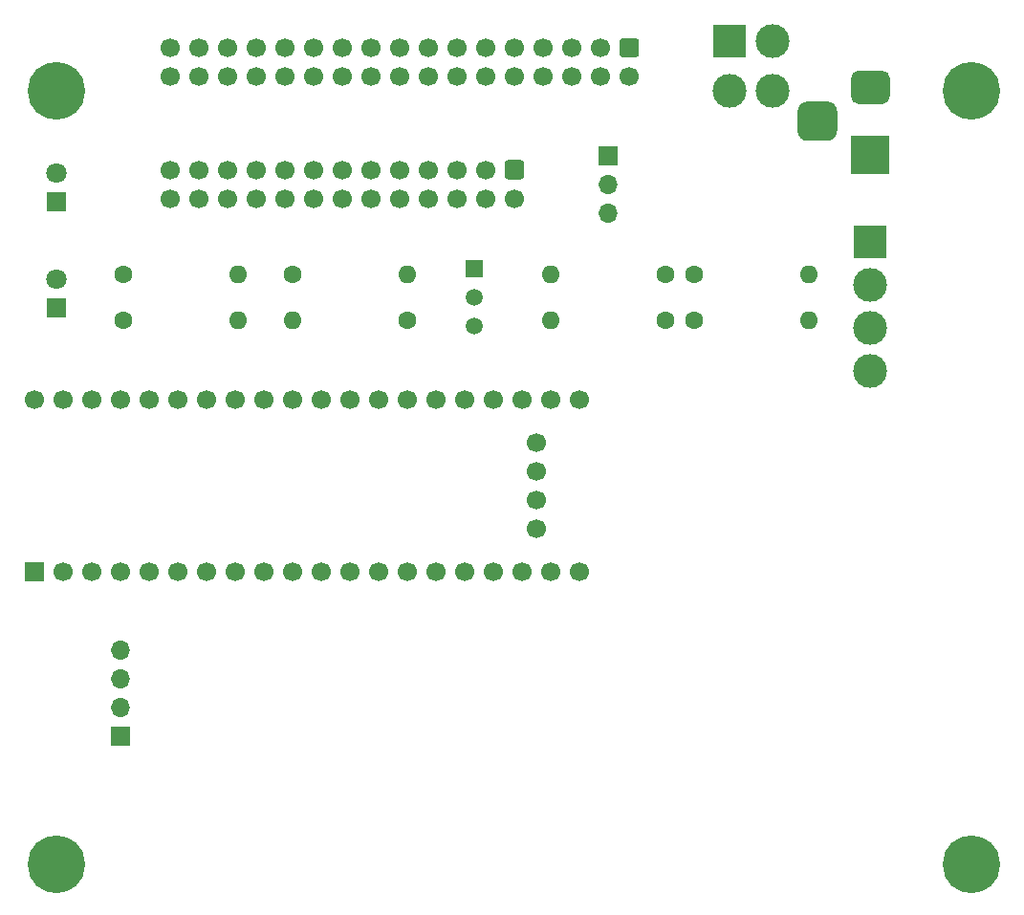
<source format=gbs>
G04 #@! TF.GenerationSoftware,KiCad,Pcbnew,(5.1.8)-1*
G04 #@! TF.CreationDate,2021-11-20T23:45:16+01:00*
G04 #@! TF.ProjectId,Greaseweazle,47726561-7365-4776-9561-7a6c652e6b69,rev?*
G04 #@! TF.SameCoordinates,Original*
G04 #@! TF.FileFunction,Soldermask,Bot*
G04 #@! TF.FilePolarity,Negative*
%FSLAX46Y46*%
G04 Gerber Fmt 4.6, Leading zero omitted, Abs format (unit mm)*
G04 Created by KiCad (PCBNEW (5.1.8)-1) date 2021-11-20 23:45:16*
%MOMM*%
%LPD*%
G01*
G04 APERTURE LIST*
%ADD10C,3.000000*%
%ADD11R,3.000000X3.000000*%
%ADD12C,1.700000*%
%ADD13R,3.500000X3.500000*%
%ADD14C,5.100000*%
%ADD15R,1.800000X1.800000*%
%ADD16C,1.800000*%
%ADD17O,1.600000X1.600000*%
%ADD18C,1.600000*%
%ADD19R,1.700000X1.700000*%
%ADD20O,1.700000X1.700000*%
%ADD21C,1.500000*%
%ADD22R,1.500000X1.500000*%
G04 APERTURE END LIST*
D10*
X175895000Y-63500000D03*
D11*
X172085000Y-59055000D03*
D10*
X172085000Y-63500000D03*
X175895000Y-59055000D03*
G36*
G01*
X162595000Y-58840000D02*
X163795000Y-58840000D01*
G75*
G02*
X164045000Y-59090000I0J-250000D01*
G01*
X164045000Y-60290000D01*
G75*
G02*
X163795000Y-60540000I-250000J0D01*
G01*
X162595000Y-60540000D01*
G75*
G02*
X162345000Y-60290000I0J250000D01*
G01*
X162345000Y-59090000D01*
G75*
G02*
X162595000Y-58840000I250000J0D01*
G01*
G37*
D12*
X160655000Y-59690000D03*
X158115000Y-59690000D03*
X155575000Y-59690000D03*
X153035000Y-59690000D03*
X150495000Y-59690000D03*
X147955000Y-59690000D03*
X145415000Y-59690000D03*
X142875000Y-59690000D03*
X140335000Y-59690000D03*
X137795000Y-59690000D03*
X135255000Y-59690000D03*
X132715000Y-59690000D03*
X130175000Y-59690000D03*
X127635000Y-59690000D03*
X125095000Y-59690000D03*
X122555000Y-59690000D03*
X163195000Y-62230000D03*
X160655000Y-62230000D03*
X158115000Y-62230000D03*
X155575000Y-62230000D03*
X153035000Y-62230000D03*
X150495000Y-62230000D03*
X147955000Y-62230000D03*
X145415000Y-62230000D03*
X142875000Y-62230000D03*
X140335000Y-62230000D03*
X137795000Y-62230000D03*
X135255000Y-62230000D03*
X132715000Y-62230000D03*
X130175000Y-62230000D03*
X127635000Y-62230000D03*
X125095000Y-62230000D03*
X122555000Y-62230000D03*
D13*
X184556400Y-69189600D03*
G36*
G01*
X183556400Y-61689600D02*
X185556400Y-61689600D01*
G75*
G02*
X186306400Y-62439600I0J-750000D01*
G01*
X186306400Y-63939600D01*
G75*
G02*
X185556400Y-64689600I-750000J0D01*
G01*
X183556400Y-64689600D01*
G75*
G02*
X182806400Y-63939600I0J750000D01*
G01*
X182806400Y-62439600D01*
G75*
G02*
X183556400Y-61689600I750000J0D01*
G01*
G37*
G36*
G01*
X178981400Y-64439600D02*
X180731400Y-64439600D01*
G75*
G02*
X181606400Y-65314600I0J-875000D01*
G01*
X181606400Y-67064600D01*
G75*
G02*
X180731400Y-67939600I-875000J0D01*
G01*
X178981400Y-67939600D01*
G75*
G02*
X178106400Y-67064600I0J875000D01*
G01*
X178106400Y-65314600D01*
G75*
G02*
X178981400Y-64439600I875000J0D01*
G01*
G37*
D14*
X112500000Y-132000000D03*
X193500000Y-132000000D03*
X193500000Y-63500000D03*
X112500000Y-63500000D03*
D15*
X112500000Y-73279000D03*
D16*
X112500000Y-70739000D03*
X112500000Y-80137000D03*
D15*
X112500000Y-82677000D03*
D17*
X128524000Y-79756000D03*
D18*
X118364000Y-79756000D03*
X118364000Y-83820000D03*
D17*
X128524000Y-83820000D03*
D12*
X154940000Y-102235000D03*
X154940000Y-99695000D03*
X154940000Y-97155000D03*
X154940000Y-94615000D03*
X110490000Y-90805000D03*
D19*
X110490000Y-106045000D03*
D12*
X113030000Y-90805000D03*
X113030000Y-106045000D03*
X115570000Y-90805000D03*
X115570000Y-106045000D03*
X118110000Y-90805000D03*
X118110000Y-106045000D03*
X120650000Y-90805000D03*
X120650000Y-106045000D03*
X123190000Y-90805000D03*
X123190000Y-106045000D03*
X125730000Y-90805000D03*
X125730000Y-106045000D03*
X128270000Y-90805000D03*
X128270000Y-106045000D03*
X130810000Y-90805000D03*
X130810000Y-106045000D03*
X133350000Y-90805000D03*
X133350000Y-106045000D03*
X135890000Y-90805000D03*
X135890000Y-106045000D03*
X138430000Y-90805000D03*
X138430000Y-106045000D03*
X140970000Y-90805000D03*
X140970000Y-106045000D03*
X143510000Y-90805000D03*
X143510000Y-106045000D03*
X146050000Y-90805000D03*
X146050000Y-106045000D03*
X148590000Y-90805000D03*
X148590000Y-106045000D03*
X151130000Y-90805000D03*
X151130000Y-106045000D03*
X153670000Y-90805000D03*
X153670000Y-106045000D03*
X156210000Y-90805000D03*
X156210000Y-106045000D03*
X158750000Y-90805000D03*
X158750000Y-106045000D03*
D19*
X118110000Y-120650000D03*
D20*
X118110000Y-118110000D03*
X118110000Y-115570000D03*
X118110000Y-113030000D03*
G36*
G01*
X152435000Y-69635000D02*
X153635000Y-69635000D01*
G75*
G02*
X153885000Y-69885000I0J-250000D01*
G01*
X153885000Y-71085000D01*
G75*
G02*
X153635000Y-71335000I-250000J0D01*
G01*
X152435000Y-71335000D01*
G75*
G02*
X152185000Y-71085000I0J250000D01*
G01*
X152185000Y-69885000D01*
G75*
G02*
X152435000Y-69635000I250000J0D01*
G01*
G37*
D12*
X150495000Y-70485000D03*
X147955000Y-70485000D03*
X145415000Y-70485000D03*
X142875000Y-70485000D03*
X140335000Y-70485000D03*
X137795000Y-70485000D03*
X135255000Y-70485000D03*
X132715000Y-70485000D03*
X130175000Y-70485000D03*
X127635000Y-70485000D03*
X125095000Y-70485000D03*
X122555000Y-70485000D03*
X153035000Y-73025000D03*
X150495000Y-73025000D03*
X147955000Y-73025000D03*
X145415000Y-73025000D03*
X142875000Y-73025000D03*
X140335000Y-73025000D03*
X137795000Y-73025000D03*
X135255000Y-73025000D03*
X132715000Y-73025000D03*
X130175000Y-73025000D03*
X127635000Y-73025000D03*
X125095000Y-73025000D03*
X122555000Y-73025000D03*
D21*
X149479000Y-81788000D03*
X149479000Y-84328000D03*
D22*
X149479000Y-79248000D03*
D17*
X143510000Y-79756000D03*
D18*
X133350000Y-79756000D03*
X143510000Y-83820000D03*
D17*
X133350000Y-83820000D03*
D11*
X184531000Y-76835000D03*
D10*
X184531000Y-84455000D03*
X184531000Y-80645000D03*
X184531000Y-88265000D03*
D17*
X156210000Y-79756000D03*
D18*
X166370000Y-79756000D03*
X166370000Y-83820000D03*
D17*
X156210000Y-83820000D03*
X179070000Y-79756000D03*
D18*
X168910000Y-79756000D03*
X168910000Y-83820000D03*
D17*
X179070000Y-83820000D03*
D19*
X161290000Y-69215000D03*
D20*
X161290000Y-71755000D03*
X161290000Y-74295000D03*
M02*

</source>
